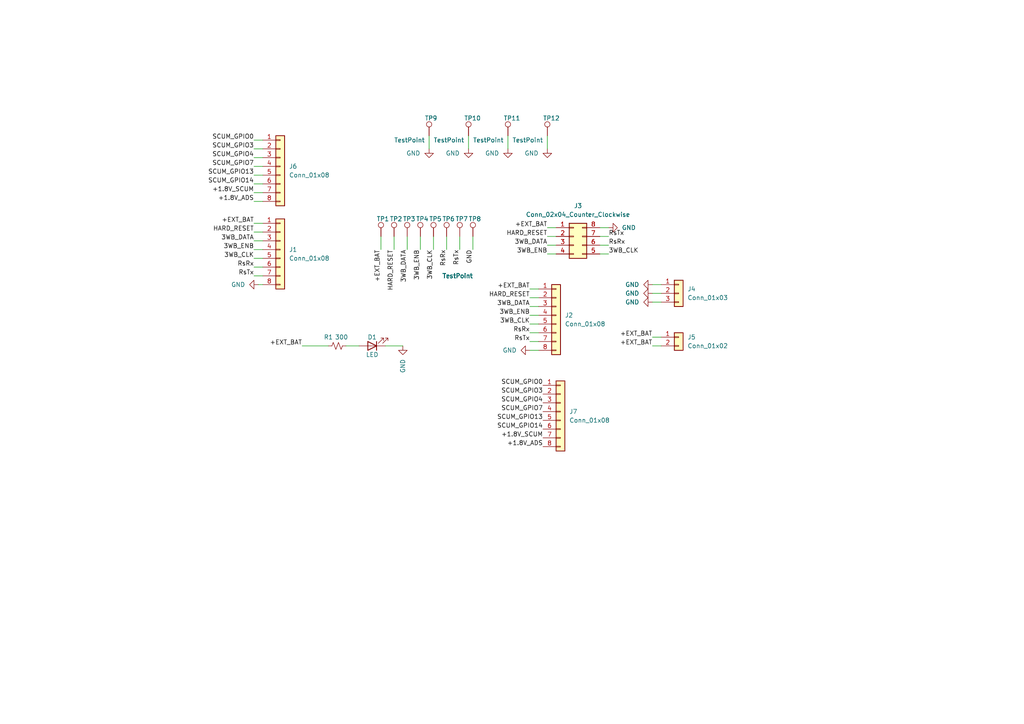
<source format=kicad_sch>
(kicad_sch (version 20230121) (generator eeschema)
  (paper "A4")
  (lib_symbols
    (symbol "Connector:TestPoint" (pin_numbers hide) (pin_names (offset 0.762) hide)
      (property "Reference" "TP" (at 0 6.858 0))
      (property "Value" "TestPoint" (at 0 5.08 0))
      (symbol "TestPoint_0_1"
        (circle (center 0 3.302) (radius 0.762))
      )
      (symbol "TestPoint_1_1"
        (pin passive line (at 0 0 90) (length 2.54) (name "1") (number "1"))
      )
    )
    (symbol "Connector_Generic:Conn_01x02" (pin_names (offset 1.016) hide)
      (property "Reference" "J" (at 0 2.54 0))
      (property "Value" "Conn_01x02" (at 0 -5.08 0))
      (symbol "Conn_01x02_1_1"
        (rectangle (start -1.27 -2.413) (end 0 -2.667) (stroke (width 0.1524)))
        (rectangle (start -1.27 0.127) (end 0 -0.127) (stroke (width 0.1524)))
        (rectangle (start -1.27 1.27) (end 1.27 -3.81) (stroke (width 0.254)) (fill (type background)))
        (pin passive line (at -5.08 0 0) (length 3.81) (name "Pin_1") (number "1"))
        (pin passive line (at -5.08 -2.54 0) (length 3.81) (name "Pin_2") (number "2"))
      )
    )
    (symbol "Connector_Generic:Conn_01x03" (pin_names (offset 1.016) hide)
      (property "Reference" "J" (at 0 5.08 0))
      (property "Value" "Conn_01x03" (at 0 -5.08 0))
      (symbol "Conn_01x03_1_1"
        (rectangle (start -1.27 -2.413) (end 0 -2.667) (stroke (width 0.1524)))
        (rectangle (start -1.27 0.127) (end 0 -0.127) (stroke (width 0.1524)))
        (rectangle (start -1.27 2.667) (end 0 2.413) (stroke (width 0.1524)))
        (rectangle (start -1.27 3.81) (end 1.27 -3.81) (stroke (width 0.254)) (fill (type background)))
        (pin passive line (at -5.08 2.54 0) (length 3.81) (name "Pin_1") (number "1"))
        (pin passive line (at -5.08 0 0) (length 3.81) (name "Pin_2") (number "2"))
        (pin passive line (at -5.08 -2.54 0) (length 3.81) (name "Pin_3") (number "3"))
      )
    )
    (symbol "Connector_Generic:Conn_01x08" (pin_names (offset 1.016) hide)
      (property "Reference" "J" (at 0 10.16 0))
      (property "Value" "Conn_01x08" (at 0 -12.7 0))
      (symbol "Conn_01x08_1_1"
        (rectangle (start -1.27 -10.033) (end 0 -10.287) (stroke (width 0.1524)))
        (rectangle (start -1.27 -7.493) (end 0 -7.747) (stroke (width 0.1524)))
        (rectangle (start -1.27 -4.953) (end 0 -5.207) (stroke (width 0.1524)))
        (rectangle (start -1.27 -2.413) (end 0 -2.667) (stroke (width 0.1524)))
        (rectangle (start -1.27 0.127) (end 0 -0.127) (stroke (width 0.1524)))
        (rectangle (start -1.27 2.667) (end 0 2.413) (stroke (width 0.1524)))
        (rectangle (start -1.27 5.207) (end 0 4.953) (stroke (width 0.1524)))
        (rectangle (start -1.27 7.747) (end 0 7.493) (stroke (width 0.1524)))
        (rectangle (start -1.27 8.89) (end 1.27 -11.43) (stroke (width 0.254)) (fill (type background)))
        (pin passive line (at -5.08 7.62 0) (length 3.81) (name "Pin_1") (number "1"))
        (pin passive line (at -5.08 5.08 0) (length 3.81) (name "Pin_2") (number "2"))
        (pin passive line (at -5.08 2.54 0) (length 3.81) (name "Pin_3") (number "3"))
        (pin passive line (at -5.08 0 0) (length 3.81) (name "Pin_4") (number "4"))
        (pin passive line (at -5.08 -2.54 0) (length 3.81) (name "Pin_5") (number "5"))
        (pin passive line (at -5.08 -5.08 0) (length 3.81) (name "Pin_6") (number "6"))
        (pin passive line (at -5.08 -7.62 0) (length 3.81) (name "Pin_7") (number "7"))
        (pin passive line (at -5.08 -10.16 0) (length 3.81) (name "Pin_8") (number "8"))
      )
    )
    (symbol "Connector_Generic:Conn_02x04_Counter_Clockwise" (pin_names (offset 1.016) hide)
      (property "Reference" "J" (at 1.27 5.08 0))
      (property "Value" "Conn_02x04_Counter_Clockwise" (at 1.27 -7.62 0))
      (symbol "Conn_02x04_Counter_Clockwise_1_1"
        (rectangle (start -1.27 -4.953) (end 0 -5.207) (stroke (width 0.1524)))
        (rectangle (start -1.27 -2.413) (end 0 -2.667) (stroke (width 0.1524)))
        (rectangle (start -1.27 0.127) (end 0 -0.127) (stroke (width 0.1524)))
        (rectangle (start -1.27 2.667) (end 0 2.413) (stroke (width 0.1524)))
        (rectangle (start -1.27 3.81) (end 3.81 -6.35) (stroke (width 0.254)) (fill (type background)))
        (rectangle (start 3.81 -4.953) (end 2.54 -5.207) (stroke (width 0.1524)))
        (rectangle (start 3.81 -2.413) (end 2.54 -2.667) (stroke (width 0.1524)))
        (rectangle (start 3.81 0.127) (end 2.54 -0.127) (stroke (width 0.1524)))
        (rectangle (start 3.81 2.667) (end 2.54 2.413) (stroke (width 0.1524)))
        (pin passive line (at -5.08 2.54 0) (length 3.81) (name "Pin_1") (number "1"))
        (pin passive line (at -5.08 0 0) (length 3.81) (name "Pin_2") (number "2"))
        (pin passive line (at -5.08 -2.54 0) (length 3.81) (name "Pin_3") (number "3"))
        (pin passive line (at -5.08 -5.08 0) (length 3.81) (name "Pin_4") (number "4"))
        (pin passive line (at 7.62 -5.08 180) (length 3.81) (name "Pin_5") (number "5"))
        (pin passive line (at 7.62 -2.54 180) (length 3.81) (name "Pin_6") (number "6"))
        (pin passive line (at 7.62 0 180) (length 3.81) (name "Pin_7") (number "7"))
        (pin passive line (at 7.62 2.54 180) (length 3.81) (name "Pin_8") (number "8"))
      )
    )
    (symbol "Device:LED" (pin_numbers hide) (pin_names (offset 1.016) hide)
      (property "Reference" "D" (at 0 2.54 0))
      (property "Value" "LED" (at 0 -2.54 0))
      (symbol "LED_0_1"
        (polyline (pts (xy -1.27 -1.27) (xy -1.27 1.27)) (stroke (width 0.254)))
        (polyline (pts (xy -1.27 0) (xy 1.27 0)))
        (polyline (pts (xy 1.27 -1.27) (xy 1.27 1.27) (xy -1.27 0) (xy 1.27 -1.27)) (stroke (width 0.254)))
        (polyline (pts (xy -3.048 -0.762) (xy -4.572 -2.286) (xy -3.81 -2.286) (xy -4.572 -2.286) (xy -4.572 -1.524)))
        (polyline (pts (xy -1.778 -0.762) (xy -3.302 -2.286) (xy -2.54 -2.286) (xy -3.302 -2.286) (xy -3.302 -1.524)))
      )
      (symbol "LED_1_1"
        (pin passive line (at -3.81 0 0) (length 2.54) (name "K") (number "1"))
        (pin passive line (at 3.81 0 180) (length 2.54) (name "A") (number "2"))
      )
    )
    (symbol "Device:R_Small_US" (pin_numbers hide) (pin_names (offset 0.254) hide)
      (property "Reference" "R" (at 0.762 0.508 0))
      (property "Value" "R_Small_US" (at 0.762 -1.016 0))
      (symbol "R_Small_US_1_1"
        (polyline (pts (xy 0 0) (xy 1.016 -0.381) (xy 0 -0.762) (xy -1.016 -1.143) (xy 0 -1.524)))
        (polyline (pts (xy 0 1.524) (xy 1.016 1.143) (xy 0 0.762) (xy -1.016 0.381) (xy 0 0)))
        (pin passive line (at 0 2.54 270) (length 1.016) (name "~") (number "1"))
        (pin passive line (at 0 -2.54 90) (length 1.016) (name "~") (number "2"))
      )
    )
    (symbol "power:GND" (power) (pin_names (offset 0))
      (property "Value" "GND" (at 0 -3.81 0))
      (symbol "GND_0_1"
        (polyline (pts (xy 0 0) (xy 0 -1.27) (xy 1.27 -1.27) (xy 0 -2.54) (xy -1.27 -1.27) (xy 0 -1.27)))
      )
      (symbol "GND_1_1"
        (pin power_in line (at 0 0 270) (length 0) hide (name "GND") (number "1"))
      )
    )
  )
  (wire (pts (xy 100.33 100.33) (xy 104.14 100.33)))
  (wire (pts (xy 189.23 82.55) (xy 191.77 82.55)))
  (wire (pts (xy 73.66 67.31) (xy 76.2 67.31)))
  (wire (pts (xy 176.53 68.58) (xy 173.99 68.58)))
  (wire (pts (xy 158.75 39.37) (xy 158.75 43.18)))
  (wire (pts (xy 158.75 66.04) (xy 161.29 66.04)))
  (wire (pts (xy 153.67 83.82) (xy 156.21 83.82)))
  (wire (pts (xy 118.11 68.58) (xy 118.11 72.39)))
  (wire (pts (xy 189.23 87.63) (xy 191.77 87.63)))
  (wire (pts (xy 189.23 85.09) (xy 191.77 85.09)))
  (wire (pts (xy 124.46 39.37) (xy 124.46 43.18)))
  (wire (pts (xy 125.73 68.58) (xy 125.73 72.39)))
  (wire (pts (xy 129.54 68.58) (xy 129.54 72.39)))
  (wire (pts (xy 73.66 72.39) (xy 76.2 72.39)))
  (wire (pts (xy 189.23 100.33) (xy 191.77 100.33)))
  (wire (pts (xy 153.67 88.9) (xy 156.21 88.9)))
  (wire (pts (xy 74.93 82.55) (xy 76.2 82.55)))
  (wire (pts (xy 73.66 53.34) (xy 76.2 53.34)))
  (wire (pts (xy 147.32 39.37) (xy 147.32 43.18)))
  (wire (pts (xy 73.66 48.26) (xy 76.2 48.26)))
  (wire (pts (xy 73.66 43.18) (xy 76.2 43.18)))
  (wire (pts (xy 111.76 100.33) (xy 116.84 100.33)))
  (wire (pts (xy 176.53 73.66) (xy 173.99 73.66)))
  (wire (pts (xy 73.66 69.85) (xy 76.2 69.85)))
  (wire (pts (xy 87.63 100.33) (xy 95.25 100.33)))
  (wire (pts (xy 153.67 91.44) (xy 156.21 91.44)))
  (wire (pts (xy 73.66 45.72) (xy 76.2 45.72)))
  (wire (pts (xy 73.66 50.8) (xy 76.2 50.8)))
  (wire (pts (xy 158.75 68.58) (xy 161.29 68.58)))
  (wire (pts (xy 153.67 99.06) (xy 156.21 99.06)))
  (wire (pts (xy 135.89 39.37) (xy 135.89 43.18)))
  (wire (pts (xy 153.67 93.98) (xy 156.21 93.98)))
  (wire (pts (xy 158.75 73.66) (xy 161.29 73.66)))
  (wire (pts (xy 153.67 101.6) (xy 156.21 101.6)))
  (wire (pts (xy 158.75 71.12) (xy 161.29 71.12)))
  (wire (pts (xy 189.23 97.79) (xy 191.77 97.79)))
  (wire (pts (xy 73.66 74.93) (xy 76.2 74.93)))
  (wire (pts (xy 137.16 68.58) (xy 137.16 72.39)))
  (wire (pts (xy 73.66 77.47) (xy 76.2 77.47)))
  (wire (pts (xy 114.3 68.58) (xy 114.3 72.39)))
  (wire (pts (xy 176.53 66.04) (xy 173.99 66.04)))
  (wire (pts (xy 121.92 68.58) (xy 121.92 72.39)))
  (wire (pts (xy 73.66 64.77) (xy 76.2 64.77)))
  (wire (pts (xy 73.66 40.64) (xy 76.2 40.64)))
  (wire (pts (xy 73.66 58.42) (xy 76.2 58.42)))
  (wire (pts (xy 73.66 80.01) (xy 76.2 80.01)))
  (wire (pts (xy 153.67 86.36) (xy 156.21 86.36)))
  (wire (pts (xy 153.67 96.52) (xy 156.21 96.52)))
  (wire (pts (xy 73.66 55.88) (xy 76.2 55.88)))
  (wire (pts (xy 133.35 68.58) (xy 133.35 72.39)))
  (wire (pts (xy 176.53 71.12) (xy 173.99 71.12)))
  (wire (pts (xy 110.49 68.58) (xy 110.49 72.39)))
  (label "3WB_CLK" (at 125.73 72.39 270))
  (label "+1.8V_SCUM" (at 157.48 127 180))
  (label "+1.8V_ADS" (at 157.48 129.54 180))
  (label "+EXT_BAT" (at 189.23 100.33 180))
  (label "3WB_ENB" (at 158.75 73.66 180))
  (label "SCUM_GPIO4" (at 73.66 45.72 180))
  (label "3WB_CLK" (at 73.66 74.93 180))
  (label "SCUM_GPIO14" (at 73.66 53.34 180))
  (label "SCUM_GPIO7" (at 73.66 48.26 180))
  (label "SCUM_GPIO13" (at 73.66 50.8 180))
  (label "+EXT_BAT" (at 87.63 100.33 180))
  (label "SCUM_GPIO14" (at 157.48 124.46 180))
  (label "3WB_DATA" (at 153.67 88.9 180))
  (label "+EXT_BAT" (at 110.49 72.39 270))
  (label "SCUM_GPIO7" (at 157.48 119.38 180))
  (label "SCUM_GPIO13" (at 157.48 121.92 180))
  (label "+EXT_BAT" (at 153.67 83.82 180))
  (label "3WB_DATA" (at 118.11 72.39 270))
  (label "3WB_ENB" (at 121.92 72.39 270))
  (label "+EXT_BAT" (at 158.75 66.04 180))
  (label "SCUM_GPIO3" (at 73.66 43.18 180))
  (label "+1.8V_SCUM" (at 73.66 55.88 180))
  (label "RsRx" (at 73.66 77.47 180))
  (label "3WB_CLK" (at 176.53 73.66 0))
  (label "+1.8V_ADS" (at 73.66 58.42 180))
  (label "RsRx" (at 176.53 71.12 0))
  (label "RsTx" (at 176.53 68.58 0))
  (label "RsRx" (at 129.54 72.39 270))
  (label "SCUM_GPIO0" (at 157.48 111.76 180))
  (label "HARD_RESET" (at 114.3 72.39 270))
  (label "GND" (at 137.16 72.39 270))
  (label "RsTx" (at 153.67 99.06 180))
  (label "3WB_ENB" (at 73.66 72.39 180))
  (label "HARD_RESET" (at 73.66 67.31 180))
  (label "3WB_CLK" (at 153.67 93.98 180))
  (label "+EXT_BAT" (at 73.66 64.77 180))
  (label "RsRx" (at 153.67 96.52 180))
  (label "HARD_RESET" (at 153.67 86.36 180))
  (label "3WB_DATA" (at 158.75 71.12 180))
  (label "RsTx" (at 133.35 72.39 270))
  (label "SCUM_GPIO0" (at 73.66 40.64 180))
  (label "HARD_RESET" (at 158.75 68.58 180))
  (label "3WB_ENB" (at 153.67 91.44 180))
  (label "RsTx" (at 73.66 80.01 180))
  (label "SCUM_GPIO3" (at 157.48 114.3 180))
  (label "+EXT_BAT" (at 189.23 97.79 180))
  (label "SCUM_GPIO4" (at 157.48 116.84 180))
  (label "3WB_DATA" (at 73.66 69.85 180))
  (symbol (lib_id "Connector_Generic:Conn_01x02") (at 196.85 97.79 0) (unit 1)
    (property "Reference" "J5" (at 199.39 97.7899 0) (effects (justify left)))
    (property "Value" "Conn_01x02" (at 199.39 100.3299 0) (effects (justify left)))
    (property "Footprint" "Connector_PinHeader_2.54mm:PinHeader_1x02_P2.54mm_Vertical" (effects hide))
  )
  (symbol (lib_id "Connector_Generic:Conn_01x08") (at 81.28 48.26 0) (unit 1)
    (property "Reference" "J6" (at 83.82 48.2599 0) (effects (justify left)))
    (property "Value" "Conn_01x08" (at 83.82 50.7999 0) (effects (justify left)))
    (property "Footprint" "Connector_Molex:Molex_PicoBlade_53047-0810_1x08_P1.25mm_Vertical" (effects hide))
  )
  (symbol (lib_id "Connector:TestPoint") (at 158.75 39.37 0) (unit 1)
    (property "Reference" "TP12" (at 157.48 34.29 0) (effects (justify left)))
    (property "Value" "TestPoint" (at 148.59 40.64 0) (effects (justify left)))
    (property "Footprint" "TestPoint:TestPoint_Keystone_5010-5014_Multipurpose" (effects hide))
  )
  (symbol (lib_id "Connector_Generic:Conn_01x08") (at 162.56 119.38 0) (unit 1)
    (property "Reference" "J7" (at 165.1 119.3799 0) (effects (justify left)))
    (property "Value" "Conn_01x08" (at 165.1 121.9199 0) (effects (justify left)))
    (property "Footprint" "Connector_PinHeader_2.54mm:PinHeader_1x08_P2.54mm_Vertical" (effects hide))
  )
  (symbol (lib_id "power:GND") (at 158.75 43.18 0) (unit 1)
    (property "Reference" "#PWR04" (effects hide))
    (property "Value" "GND" (at 156.21 44.45 0) (effects (justify right)))
  )
  (symbol (lib_id "Connector:TestPoint") (at 118.11 68.58 0) (unit 1)
    (property "Reference" "TP3" (at 116.84 63.5 0) (effects (justify left)))
    (property "Value" "TestPoint" (at 128.27 80.01 0) (effects (justify left)))
    (property "Footprint" "TestPoint:TestPoint_THTPad_1.0x1.0mm_Drill0.5mm" (effects hide))
  )
  (symbol (lib_id "power:GND") (at 189.23 85.09 270) (unit 1)
    (property "Reference" "#PWR0105" (effects hide))
    (property "Value" "GND" (at 185.42 85.09 90) (effects (justify right)))
  )
  (symbol (lib_id "Connector:TestPoint") (at 124.46 39.37 0) (unit 1)
    (property "Reference" "TP9" (at 123.19 34.29 0) (effects (justify left)))
    (property "Value" "TestPoint" (at 114.3 40.64 0) (effects (justify left)))
    (property "Footprint" "TestPoint:TestPoint_Keystone_5010-5014_Multipurpose" (effects hide))
  )
  (symbol (lib_id "power:GND") (at 176.53 66.04 90) (unit 1)
    (property "Reference" "#PWR0104" (effects hide))
    (property "Value" "GND" (at 180.34 66.04 90) (effects (justify right)))
  )
  (symbol (lib_id "Connector:TestPoint") (at 110.49 68.58 0) (unit 1)
    (property "Reference" "TP1" (at 109.22 63.5 0) (effects (justify left)))
    (property "Value" "TestPoint" (at 128.27 80.01 0) (effects (justify left)))
    (property "Footprint" "TestPoint:TestPoint_THTPad_1.0x1.0mm_Drill0.5mm" (effects hide))
  )
  (symbol (lib_id "Device:R_Small_US") (at 97.79 100.33 90) (unit 1)
    (property "Reference" "R1" (at 95.25 97.79 90))
    (property "Value" "300" (at 99.06 97.79 90))
    (property "Footprint" "Resistor_SMD:R_0402_1005Metric" (effects hide))
  )
  (symbol (lib_id "Connector:TestPoint") (at 133.35 68.58 0) (unit 1)
    (property "Reference" "TP7" (at 132.08 63.5 0) (effects (justify left)))
    (property "Value" "TestPoint" (at 128.27 80.01 0) (effects (justify left)))
    (property "Footprint" "TestPoint:TestPoint_THTPad_1.0x1.0mm_Drill0.5mm" (effects hide))
  )
  (symbol (lib_id "Connector:TestPoint") (at 129.54 68.58 0) (unit 1)
    (property "Reference" "TP6" (at 128.27 63.5 0) (effects (justify left)))
    (property "Value" "TestPoint" (at 128.27 80.01 0) (effects (justify left)))
    (property "Footprint" "TestPoint:TestPoint_THTPad_1.0x1.0mm_Drill0.5mm" (effects hide))
  )
  (symbol (lib_id "Connector:TestPoint") (at 137.16 68.58 0) (unit 1)
    (property "Reference" "TP8" (at 135.89 63.5 0) (effects (justify left)))
    (property "Value" "TestPoint" (at 128.27 80.01 0) (effects (justify left)))
    (property "Footprint" "TestPoint:TestPoint_THTPad_1.0x1.0mm_Drill0.5mm" (effects hide))
  )
  (symbol (lib_id "Connector_Generic:Conn_01x08") (at 161.29 91.44 0) (unit 1)
    (property "Reference" "J2" (at 163.83 91.4399 0) (effects (justify left)))
    (property "Value" "Conn_01x08" (at 163.83 93.9799 0) (effects (justify left)))
    (property "Footprint" "Connector_PinHeader_2.54mm:PinHeader_1x08_P2.54mm_Vertical" (effects hide))
  )
  (symbol (lib_id "Connector_Generic:Conn_01x03") (at 196.85 85.09 0) (unit 1)
    (property "Reference" "J4" (at 199.39 83.8199 0) (effects (justify left)))
    (property "Value" "Conn_01x03" (at 199.39 86.3599 0) (effects (justify left)))
    (property "Footprint" "Connector_PinHeader_2.54mm:PinHeader_1x03_P2.54mm_Vertical" (effects hide))
  )
  (symbol (lib_id "Connector:TestPoint") (at 135.89 39.37 0) (unit 1)
    (property "Reference" "TP10" (at 134.62 34.29 0) (effects (justify left)))
    (property "Value" "TestPoint" (at 125.73 40.64 0) (effects (justify left)))
    (property "Footprint" "TestPoint:TestPoint_Keystone_5010-5014_Multipurpose" (effects hide))
  )
  (symbol (lib_id "power:GND") (at 124.46 43.18 0) (unit 1)
    (property "Reference" "#PWR01" (effects hide))
    (property "Value" "GND" (at 121.92 44.45 0) (effects (justify right)))
  )
  (symbol (lib_id "Connector:TestPoint") (at 121.92 68.58 0) (unit 1)
    (property "Reference" "TP4" (at 120.65 63.5 0) (effects (justify left)))
    (property "Value" "TestPoint" (at 128.27 80.01 0) (effects (justify left)))
    (property "Footprint" "TestPoint:TestPoint_THTPad_1.0x1.0mm_Drill0.5mm" (effects hide))
  )
  (symbol (lib_id "power:GND") (at 189.23 82.55 270) (unit 1)
    (property "Reference" "#PWR0108" (effects hide))
    (property "Value" "GND" (at 185.42 82.55 90) (effects (justify right)))
  )
  (symbol (lib_id "Connector:TestPoint") (at 147.32 39.37 0) (unit 1)
    (property "Reference" "TP11" (at 146.05 34.29 0) (effects (justify left)))
    (property "Value" "TestPoint" (at 137.16 40.64 0) (effects (justify left)))
    (property "Footprint" "TestPoint:TestPoint_Keystone_5010-5014_Multipurpose" (effects hide))
  )
  (symbol (lib_id "power:GND") (at 135.89 43.18 0) (unit 1)
    (property "Reference" "#PWR02" (effects hide))
    (property "Value" "GND" (at 133.35 44.45 0) (effects (justify right)))
  )
  (symbol (lib_id "Connector_Generic:Conn_01x08") (at 81.28 72.39 0) (unit 1)
    (property "Reference" "J1" (at 83.82 72.3899 0) (effects (justify left)))
    (property "Value" "Conn_01x08" (at 83.82 74.9299 0) (effects (justify left)))
    (property "Footprint" "Connector_Molex:Molex_PicoBlade_53047-0810_1x08_P1.25mm_Vertical" (effects hide))
  )
  (symbol (lib_id "Connector_Generic:Conn_02x04_Counter_Clockwise") (at 166.37 68.58 0) (unit 1)
    (property "Reference" "J3" (at 167.64 59.69 0))
    (property "Value" "Conn_02x04_Counter_Clockwise" (at 167.64 62.23 0))
    (property "Footprint" "Connector_PinHeader_2.54mm:PinHeader_2x04_P2.54mm_Vertical" (effects hide))
  )
  (symbol (lib_id "power:GND") (at 74.93 82.55 270) (unit 1)
    (property "Reference" "#PWR0101" (effects hide))
    (property "Value" "GND" (at 71.12 82.55 90) (effects (justify right)))
  )
  (symbol (lib_id "Device:LED") (at 107.95 100.33 180) (unit 1)
    (property "Reference" "D1" (at 107.95 97.79 0))
    (property "Value" "LED" (at 107.95 102.87 0))
    (property "Footprint" "LED_SMD:LED_0805_2012Metric" (effects hide))
  )
  (symbol (lib_id "power:GND") (at 189.23 87.63 270) (unit 1)
    (property "Reference" "#PWR0107" (effects hide))
    (property "Value" "GND" (at 185.42 87.63 90) (effects (justify right)))
  )
  (symbol (lib_id "power:GND") (at 147.32 43.18 0) (unit 1)
    (property "Reference" "#PWR03" (effects hide))
    (property "Value" "GND" (at 144.78 44.45 0) (effects (justify right)))
  )
  (symbol (lib_id "Connector:TestPoint") (at 125.73 68.58 0) (unit 1)
    (property "Reference" "TP5" (at 124.46 63.5 0) (effects (justify left)))
    (property "Value" "TestPoint" (at 128.27 80.01 0) (effects (justify left)))
    (property "Footprint" "TestPoint:TestPoint_THTPad_1.0x1.0mm_Drill0.5mm" (effects hide))
  )
  (symbol (lib_id "Connector:TestPoint") (at 114.3 68.58 0) (unit 1)
    (property "Reference" "TP2" (at 113.03 63.5 0) (effects (justify left)))
    (property "Value" "TestPoint" (at 128.27 80.01 0) (effects (justify left)))
    (property "Footprint" "TestPoint:TestPoint_THTPad_1.0x1.0mm_Drill0.5mm" (effects hide))
  )
  (symbol (lib_id "power:GND") (at 116.84 100.33 0) (unit 1)
    (property "Reference" "#PWR0106" (effects hide))
    (property "Value" "GND" (at 116.84 104.14 90) (effects (justify right)))
  )
  (symbol (lib_id "power:GND") (at 153.67 101.6 270) (unit 1)
    (property "Reference" "#PWR0103" (effects hide))
    (property "Value" "GND" (at 149.86 101.6 90) (effects (justify right)))
  )
)
</source>
